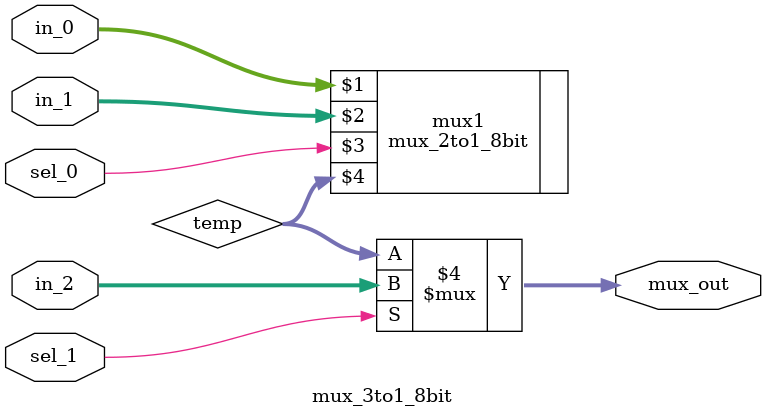
<source format=v>
`include "2to1mux8bit.v"

module  mux_3to1_8bit(
 input [7:0] in_0, in_1, in_2,
 input sel_0, sel_1,
 output [7:0] mux_out
 );

 reg  mux_out;
 
 wire [7:0] temp;

 mux_2to1_8bit mux1(in_0, in_1, sel_0, temp);

 always @ (sel_1 or temp or in_2)
 begin : MUX
   if (sel_1== 1'b0) begin
       mux_out = temp;
   end else begin
       mux_out = in_2 ;
   end
 end
 
endmodule 
</source>
